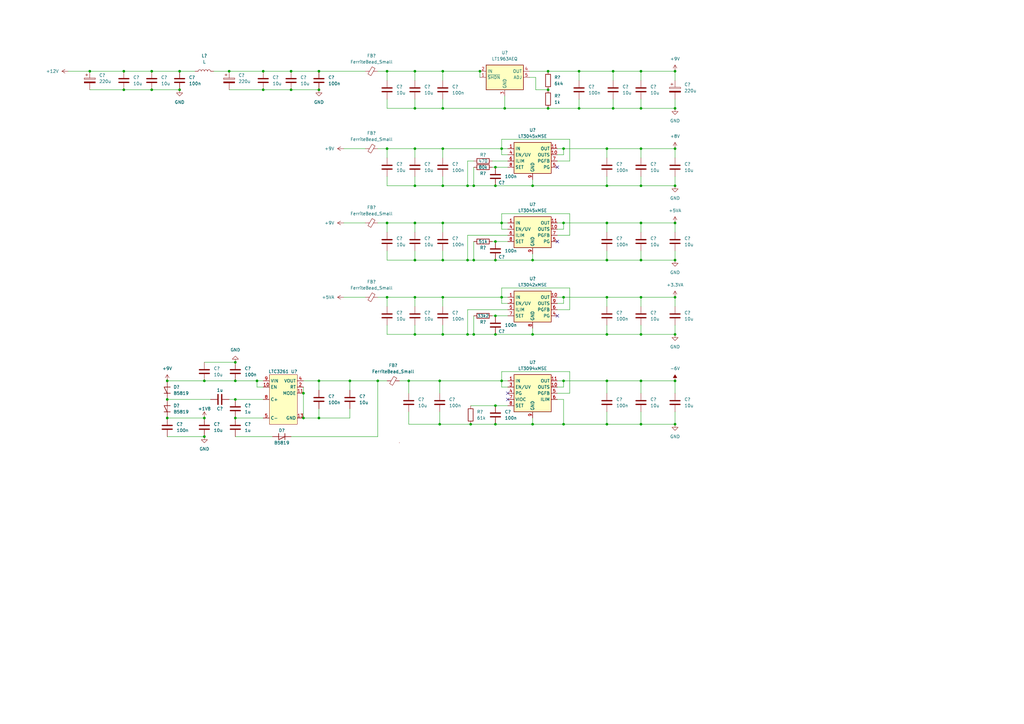
<source format=kicad_sch>
(kicad_sch (version 20211123) (generator eeschema)
  (paper "A3")
  (lib_symbols
    (symbol "Device:C" (pin_numbers hide) (pin_names (offset 0.254))
      (property "Reference" "C" (at 0.635 2.54 0))
      (property "Value" "C" (at 0.635 -2.54 0))
      (symbol "C_0_1"
        (polyline (pts (xy -2.032 -0.762) (xy 2.032 -0.762)) (stroke (width 0.508)))
        (polyline (pts (xy -2.032 0.762) (xy 2.032 0.762)) (stroke (width 0.508)))
      )
      (symbol "C_1_1"
        (pin passive line (at 0 3.81 270) (length 2.794) (name "~") (number "1"))
        (pin passive line (at 0 -3.81 90) (length 2.794) (name "~") (number "2"))
      )
    )
    (symbol "Device:C_Polarized" (pin_numbers hide) (pin_names (offset 0.254))
      (property "Reference" "C" (at 0.635 2.54 0))
      (property "Value" "C_Polarized" (at 0.635 -2.54 0))
      (symbol "C_Polarized_0_1"
        (rectangle (start -2.286 0.508) (end 2.286 1.016))
        (polyline (pts (xy -1.778 2.286) (xy -0.762 2.286)))
        (polyline (pts (xy -1.27 2.794) (xy -1.27 1.778)))
        (rectangle (start 2.286 -0.508) (end -2.286 -1.016) (fill (type outline)))
      )
      (symbol "C_Polarized_1_1"
        (pin passive line (at 0 3.81 270) (length 2.794) (name "~") (number "1"))
        (pin passive line (at 0 -3.81 90) (length 2.794) (name "~") (number "2"))
      )
    )
    (symbol "Device:D_Shockley" (pin_numbers hide) (pin_names (offset 1.016) hide)
      (property "Reference" "D" (at 0 2.54 0))
      (property "Value" "D_Shockley" (at 0 -2.54 0))
      (symbol "D_Shockley_0_1"
        (polyline (pts (xy -1.27 0) (xy 1.27 0)))
        (polyline (pts (xy -1.27 1.27) (xy -1.27 -1.27)) (stroke (width 0.254)))
        (polyline (pts (xy -1.27 0) (xy 1.27 1.27) (xy 1.27 -1.27)) (stroke (width 0.254)))
      )
      (symbol "D_Shockley_1_1"
        (pin passive line (at -3.81 0 0) (length 2.54) (name "K") (number "1"))
        (pin passive line (at 3.81 0 180) (length 2.54) (name "A") (number "2"))
      )
    )
    (symbol "Device:FerriteBead_Small" (pin_numbers hide) (pin_names (offset 0))
      (property "Reference" "FB" (at 1.905 1.27 0))
      (property "Value" "FerriteBead_Small" (at 1.905 -1.27 0))
      (symbol "FerriteBead_Small_0_1"
        (polyline (pts (xy 0 -1.27) (xy 0 -0.7874)))
        (polyline (pts (xy 0 0.889) (xy 0 1.2954)))
        (polyline (pts (xy -1.8288 0.2794) (xy -1.1176 1.4986) (xy 1.8288 -0.2032) (xy 1.1176 -1.4224) (xy -1.8288 0.2794)))
      )
      (symbol "FerriteBead_Small_1_1"
        (pin passive line (at 0 2.54 270) (length 1.27) (name "~") (number "1"))
        (pin passive line (at 0 -2.54 90) (length 1.27) (name "~") (number "2"))
      )
    )
    (symbol "Device:L" (pin_numbers hide) (pin_names (offset 1.016) hide)
      (property "Reference" "L" (at -1.27 0 90))
      (property "Value" "L" (at 1.905 0 90))
      (symbol "L_0_1"
        (arc (start 0 -2.54) (mid 0.635 -1.905) (end 0 -1.27))
        (arc (start 0 -1.27) (mid 0.635 -0.635) (end 0 0))
        (arc (start 0 0) (mid 0.635 0.635) (end 0 1.27))
        (arc (start 0 1.27) (mid 0.635 1.905) (end 0 2.54))
      )
      (symbol "L_1_1"
        (pin passive line (at 0 3.81 270) (length 1.27) (name "1") (number "1"))
        (pin passive line (at 0 -3.81 90) (length 1.27) (name "2") (number "2"))
      )
    )
    (symbol "Device:R" (pin_numbers hide) (pin_names (offset 0))
      (property "Reference" "R" (at 2.032 0 90))
      (property "Value" "R" (at 0 0 90))
      (symbol "R_0_1"
        (rectangle (start -1.016 -2.54) (end 1.016 2.54) (stroke (width 0.254)))
      )
      (symbol "R_1_1"
        (pin passive line (at 0 3.81 270) (length 1.27) (name "~") (number "1"))
        (pin passive line (at 0 -3.81 90) (length 1.27) (name "~") (number "2"))
      )
    )
    (symbol "Regulator_Linear:LT1963AEQ"
      (property "Reference" "U" (at -7.62 6.35 0))
      (property "Value" "LT1963AEQ" (at -1.27 6.35 0))
      (symbol "LT1963AEQ_0_1"
        (rectangle (start -7.62 5.08) (end 7.62 -5.08) (stroke (width 0.254)) (fill (type background)))
      )
      (symbol "LT1963AEQ_1_1"
        (pin input line (at -10.16 0 0) (length 2.54) (name "~{SHDN}") (number "1"))
        (pin power_in line (at -10.16 2.54 0) (length 2.54) (name "IN") (number "2"))
        (pin power_in line (at 0 -7.62 90) (length 2.54) (name "GND") (number "3"))
        (pin power_out line (at 10.16 2.54 180) (length 2.54) (name "OUT") (number "4"))
        (pin input line (at 10.16 0 180) (length 2.54) (name "ADJ") (number "5"))
      )
    )
    (symbol "Regulator_Linear:LT3042xMSE"
      (property "Reference" "U" (at -6.35 6.35 0))
      (property "Value" "LT3042xMSE" (at 1.27 6.35 0))
      (symbol "LT3042xMSE_0_1"
        (rectangle (start -7.62 5.08) (end 7.62 -7.62) (stroke (width 0.254)) (fill (type background)))
      )
      (symbol "LT3042xMSE_1_1"
        (pin power_in line (at -10.16 2.54 0) (length 2.54) (name "IN") (number "1"))
        (pin power_out line (at 10.16 2.54 180) (length 2.54) (name "OUT") (number "10"))
        (pin passive line (at 0 -10.16 90) (length 2.54) hide (name "GND") (number "11"))
        (pin passive line (at -10.16 2.54 0) (length 2.54) hide (name "IN") (number "2"))
        (pin input line (at -10.16 0 0) (length 2.54) (name "EN/UV") (number "3"))
        (pin open_collector line (at 10.16 -5.08 180) (length 2.54) (name "PG") (number "4"))
        (pin passive line (at -10.16 -2.54 0) (length 2.54) (name "ILIM") (number "5"))
        (pin input line (at 10.16 -2.54 180) (length 2.54) (name "PGFB") (number "6"))
        (pin passive line (at -10.16 -5.08 0) (length 2.54) (name "SET") (number "7"))
        (pin power_in line (at 0 -10.16 90) (length 2.54) (name "GND") (number "8"))
        (pin input line (at 10.16 0 180) (length 2.54) (name "OUTS") (number "9"))
      )
    )
    (symbol "Regulator_Linear:LT3045xMSE"
      (property "Reference" "U" (at -6.35 6.35 0))
      (property "Value" "LT3045xMSE" (at 1.27 6.35 0))
      (symbol "LT3045xMSE_0_1"
        (rectangle (start -7.62 5.08) (end 7.62 -7.62) (stroke (width 0.254)) (fill (type background)))
      )
      (symbol "LT3045xMSE_1_1"
        (pin power_in line (at -10.16 2.54 0) (length 2.54) (name "IN") (number "1"))
        (pin input line (at 10.16 0 180) (length 2.54) (name "OUTS") (number "10"))
        (pin power_out line (at 10.16 2.54 180) (length 2.54) (name "OUT") (number "11"))
        (pin passive line (at 10.16 2.54 180) (length 2.54) hide (name "OUT") (number "12"))
        (pin passive line (at 0 -10.16 90) (length 2.54) hide (name "GND") (number "13"))
        (pin passive line (at -10.16 2.54 0) (length 2.54) hide (name "IN") (number "2"))
        (pin passive line (at -10.16 2.54 0) (length 2.54) hide (name "IN") (number "3"))
        (pin input line (at -10.16 0 0) (length 2.54) (name "EN/UV") (number "4"))
        (pin open_collector line (at 10.16 -5.08 180) (length 2.54) (name "PG") (number "5"))
        (pin passive line (at -10.16 -2.54 0) (length 2.54) (name "ILIM") (number "6"))
        (pin input line (at 10.16 -2.54 180) (length 2.54) (name "PGFB") (number "7"))
        (pin passive line (at -10.16 -5.08 0) (length 2.54) (name "SET") (number "8"))
        (pin power_in line (at 0 -10.16 90) (length 2.54) (name "GND") (number "9"))
      )
    )
    (symbol "Regulator_Linear:LT3094xMSE"
      (property "Reference" "U" (at -6.35 8.89 0))
      (property "Value" "LT3094xMSE" (at 1.27 8.89 0))
      (symbol "LT3094xMSE_0_0"
        (pin passive line (at 10.16 5.08 180) (length 2.54) hide (name "OUT") (number "12"))
        (pin passive line (at -10.16 5.08 0) (length 2.54) hide (name "IN") (number "13"))
      )
      (symbol "LT3094xMSE_0_1"
        (rectangle (start 7.62 7.62) (end -7.62 -7.62) (stroke (width 0.254)) (fill (type background)))
      )
      (symbol "LT3094xMSE_1_1"
        (pin power_in line (at -10.16 5.08 0) (length 2.54) (name "IN") (number "1"))
        (pin input line (at 10.16 2.54 180) (length 2.54) (name "OUTS") (number "10"))
        (pin power_out line (at 10.16 5.08 180) (length 2.54) (name "OUT") (number "11"))
        (pin passive line (at -10.16 5.08 0) (length 2.54) hide (name "IN") (number "2"))
        (pin input line (at -10.16 2.54 0) (length 2.54) (name "EN/UV") (number "3"))
        (pin open_collector line (at -10.16 0 0) (length 2.54) (name "PG") (number "4"))
        (pin input line (at 10.16 0 180) (length 2.54) (name "PGFB") (number "5"))
        (pin passive line (at 10.16 -2.54 180) (length 2.54) (name "ILIM") (number "6"))
        (pin passive line (at -10.16 -2.54 0) (length 2.54) (name "VIOC") (number "7"))
        (pin passive line (at -10.16 -5.08 0) (length 2.54) (name "SET") (number "8"))
        (pin power_in line (at 0 -10.16 90) (length 2.54) (name "GND") (number "9"))
      )
    )
    (symbol "kirdy:+18V" (power) (pin_names (offset 0))
      (property "Value" "+18V" (at 0 3.556 0))
      (symbol "+18V_0_1"
        (polyline (pts (xy -0.762 1.27) (xy 0 2.54)))
        (polyline (pts (xy 0 0) (xy 0 2.54)))
        (polyline (pts (xy 0 2.54) (xy 0.762 1.27)))
      )
      (symbol "+18V_1_1"
        (pin power_in line (at 0 0 90) (length 0) hide (name "+1V8") (number "1"))
      )
    )
    (symbol "kirdy:LTC3261"
      (property "Reference" "U" (at 0 -16.51 0))
      (property "Value" "LTC3261" (at 0 -13.97 0))
      (symbol "LTC3261_0_0"
        (pin no_connect line (at 0 0 0) (length 2.54) hide (name "NC") (number "1"))
        (pin input line (at -7.62 3.81 0) (length 2.54) (name "EN") (number "10"))
        (pin input line (at 8.89 1.27 180) (length 2.54) (name "MODE") (number "11"))
        (pin no_connect line (at 0 -5.08 0) (length 2.54) hide (name "NC") (number "12"))
        (pin power_in line (at 8.89 -8.89 180) (length 2.54) (name "GND") (number "13"))
        (pin input line (at 8.89 3.81 180) (length 2.54) (name "RT") (number "2"))
        (pin no_connect line (at 0 -1.27 0) (length 2.54) hide (name "NC") (number "3"))
        (pin power_out line (at 8.89 6.35 180) (length 2.54) (name "VOUT") (number "4"))
        (pin passive line (at -7.62 -8.89 0) (length 2.54) (name "C-") (number "5"))
        (pin no_connect line (at 0 -2.54 0) (length 2.54) hide (name "NC") (number "6"))
        (pin no_connect line (at 0 -3.81 0) (length 2.54) hide (name "NC") (number "7"))
        (pin passive line (at -7.62 -1.27 0) (length 2.54) (name "C+") (number "8"))
        (pin power_in line (at -7.62 6.35 0) (length 2.54) (name "VIN") (number "9"))
      )
      (symbol "LTC3261_0_1"
        (rectangle (start -5.08 8.89) (end 6.35 -11.43) (fill (type background)))
        (rectangle (start 48.26 -19.05) (end 48.26 -19.05))
        (rectangle (start 48.26 -19.05) (end 48.26 -19.05))
        (rectangle (start 48.26 -19.05) (end 48.26 -19.05))
      )
    )
    (symbol "power:+12V" (power) (pin_names (offset 0))
      (property "Value" "+12V" (at 0 3.556 0))
      (symbol "+12V_0_1"
        (polyline (pts (xy -0.762 1.27) (xy 0 2.54)))
        (polyline (pts (xy 0 0) (xy 0 2.54)))
        (polyline (pts (xy 0 2.54) (xy 0.762 1.27)))
      )
      (symbol "+12V_1_1"
        (pin power_in line (at 0 0 90) (length 0) hide (name "+12V") (number "1"))
      )
    )
    (symbol "power:+3.3VA" (power) (pin_names (offset 0))
      (property "Value" "+3.3VA" (at 0 3.556 0))
      (symbol "+3.3VA_0_1"
        (polyline (pts (xy -0.762 1.27) (xy 0 2.54)))
        (polyline (pts (xy 0 0) (xy 0 2.54)))
        (polyline (pts (xy 0 2.54) (xy 0.762 1.27)))
      )
      (symbol "+3.3VA_1_1"
        (pin power_in line (at 0 0 90) (length 0) hide (name "+3.3VA") (number "1"))
      )
    )
    (symbol "power:+5VA" (power) (pin_names (offset 0))
      (property "Value" "+5VA" (at 0 3.556 0))
      (symbol "+5VA_0_1"
        (polyline (pts (xy -0.762 1.27) (xy 0 2.54)))
        (polyline (pts (xy 0 0) (xy 0 2.54)))
        (polyline (pts (xy 0 2.54) (xy 0.762 1.27)))
      )
      (symbol "+5VA_1_1"
        (pin power_in line (at 0 0 90) (length 0) hide (name "+5VA") (number "1"))
      )
    )
    (symbol "power:+8V" (power) (pin_names (offset 0))
      (property "Value" "+8V" (at 0 3.556 0))
      (symbol "+8V_0_1"
        (polyline (pts (xy -0.762 1.27) (xy 0 2.54)))
        (polyline (pts (xy 0 0) (xy 0 2.54)))
        (polyline (pts (xy 0 2.54) (xy 0.762 1.27)))
      )
      (symbol "+8V_1_1"
        (pin power_in line (at 0 0 90) (length 0) hide (name "+8V") (number "1"))
      )
    )
    (symbol "power:+9V" (power) (pin_names (offset 0))
      (property "Value" "+9V" (at 0 3.556 0))
      (symbol "+9V_0_1"
        (polyline (pts (xy -0.762 1.27) (xy 0 2.54)))
        (polyline (pts (xy 0 0) (xy 0 2.54)))
        (polyline (pts (xy 0 2.54) (xy 0.762 1.27)))
      )
      (symbol "+9V_1_1"
        (pin power_in line (at 0 0 90) (length 0) hide (name "+9V") (number "1"))
      )
    )
    (symbol "power:-6V" (power) (pin_names (offset 0))
      (property "Value" "-6V" (at 0 3.81 0))
      (symbol "-6V_0_0"
        (pin power_in line (at 0 0 90) (length 0) hide (name "-6V") (number "1"))
      )
      (symbol "-6V_0_1"
        (polyline (pts (xy 0 0) (xy 0 1.27) (xy 0.762 1.27) (xy 0 2.54) (xy -0.762 1.27) (xy 0 1.27)) (fill (type outline)))
      )
    )
    (symbol "power:GND" (power) (pin_names (offset 0))
      (property "Value" "GND" (at 0 -3.81 0))
      (symbol "GND_0_1"
        (polyline (pts (xy 0 0) (xy 0 -1.27) (xy 1.27 -1.27) (xy 0 -2.54) (xy -1.27 -1.27) (xy 0 -1.27)))
      )
      (symbol "GND_1_1"
        (pin power_in line (at 0 0 270) (length 0) hide (name "GND") (number "1"))
      )
    )
  )
  (junction (at 207.01 44.45))
  (junction (at 218.44 137.16))
  (junction (at 205.74 156.21))
  (junction (at 73.66 29.21))
  (junction (at 231.14 121.92))
  (junction (at 180.34 173.99))
  (junction (at 96.52 171.45))
  (junction (at 248.92 137.16))
  (junction (at 180.34 156.21))
  (junction (at 203.2 129.54))
  (junction (at 130.81 171.45))
  (junction (at 205.74 91.44))
  (junction (at 191.77 137.16))
  (junction (at 181.61 91.44))
  (junction (at 203.2 137.16))
  (junction (at 73.66 36.83))
  (junction (at 237.49 29.21))
  (junction (at 194.31 106.68))
  (junction (at 83.82 171.45))
  (junction (at 276.86 60.96))
  (junction (at 205.74 60.96))
  (junction (at 93.98 29.21))
  (junction (at 62.23 36.83))
  (junction (at 170.18 44.45))
  (junction (at 262.89 156.21))
  (junction (at 107.95 36.83))
  (junction (at 170.18 106.68))
  (junction (at 36.83 29.21))
  (junction (at 276.86 91.44))
  (junction (at 262.89 91.44))
  (junction (at 170.18 60.96))
  (junction (at 194.31 76.2))
  (junction (at 262.89 29.21))
  (junction (at 203.2 76.2))
  (junction (at 248.92 173.99))
  (junction (at 143.51 156.21))
  (junction (at 218.44 106.68))
  (junction (at 96.52 163.83))
  (junction (at 276.86 156.21))
  (junction (at 276.86 121.92))
  (junction (at 181.61 60.96))
  (junction (at 276.86 76.2))
  (junction (at 68.58 156.21))
  (junction (at 276.86 29.21))
  (junction (at 181.61 137.16))
  (junction (at 158.75 121.92))
  (junction (at 231.14 173.99))
  (junction (at 248.92 121.92))
  (junction (at 224.79 29.21))
  (junction (at 218.44 76.2))
  (junction (at 196.85 29.21))
  (junction (at 193.04 173.99))
  (junction (at 276.86 137.16))
  (junction (at 251.46 29.21))
  (junction (at 130.81 156.21))
  (junction (at 262.89 121.92))
  (junction (at 170.18 121.92))
  (junction (at 276.86 173.99))
  (junction (at 154.94 156.21))
  (junction (at 181.61 44.45))
  (junction (at 130.81 36.83))
  (junction (at 262.89 44.45))
  (junction (at 83.82 179.07))
  (junction (at 231.14 156.21))
  (junction (at 107.95 29.21))
  (junction (at 248.92 106.68))
  (junction (at 248.92 91.44))
  (junction (at 205.74 121.92))
  (junction (at 237.49 44.45))
  (junction (at 262.89 137.16))
  (junction (at 262.89 76.2))
  (junction (at 96.52 156.21))
  (junction (at 158.75 91.44))
  (junction (at 181.61 76.2))
  (junction (at 224.79 36.83))
  (junction (at 130.81 29.21))
  (junction (at 191.77 76.2))
  (junction (at 167.64 156.21))
  (junction (at 203.2 106.68))
  (junction (at 68.58 163.83))
  (junction (at 203.2 166.37))
  (junction (at 119.38 36.83))
  (junction (at 170.18 137.16))
  (junction (at 158.75 60.96))
  (junction (at 181.61 106.68))
  (junction (at 83.82 156.21))
  (junction (at 248.92 156.21))
  (junction (at 105.41 156.21))
  (junction (at 203.2 68.58))
  (junction (at 231.14 60.96))
  (junction (at 262.89 173.99))
  (junction (at 203.2 99.06))
  (junction (at 68.58 171.45))
  (junction (at 170.18 76.2))
  (junction (at 276.86 44.45))
  (junction (at 251.46 44.45))
  (junction (at 50.8 36.83))
  (junction (at 276.86 106.68))
  (junction (at 218.44 173.99))
  (junction (at 203.2 173.99))
  (junction (at 262.89 60.96))
  (junction (at 170.18 91.44))
  (junction (at 158.75 29.21))
  (junction (at 194.31 137.16))
  (junction (at 96.52 148.59))
  (junction (at 248.92 76.2))
  (junction (at 170.18 29.21))
  (junction (at 181.61 121.92))
  (junction (at 124.46 161.29))
  (junction (at 62.23 29.21))
  (junction (at 262.89 106.68))
  (junction (at 119.38 29.21))
  (junction (at 50.8 29.21))
  (junction (at 181.61 29.21))
  (junction (at 248.92 60.96))
  (junction (at 124.46 171.45))
  (junction (at 224.79 44.45))
  (junction (at 231.14 91.44))
  (junction (at 191.77 106.68))
  (no_connect (at 228.6 68.58))
  (no_connect (at 228.6 129.54))
  (no_connect (at 208.28 163.83))
  (no_connect (at 208.28 161.29))
  (no_connect (at 228.6 99.06))
  (wire (pts (xy 83.82 156.21) (xy 96.52 156.21)))
  (wire (pts (xy 201.93 129.54) (xy 203.2 129.54)))
  (wire (pts (xy 262.89 168.91) (xy 262.89 173.99)))
  (wire (pts (xy 262.89 106.68) (xy 262.89 102.87)))
  (wire (pts (xy 228.6 93.98) (xy 231.14 93.98)))
  (wire (pts (xy 143.51 156.21) (xy 143.51 160.02)))
  (wire (pts (xy 248.92 60.96) (xy 248.92 64.77)))
  (wire (pts (xy 130.81 167.64) (xy 130.81 171.45)))
  (wire (pts (xy 203.2 129.54) (xy 208.28 129.54)))
  (wire (pts (xy 119.38 29.21) (xy 130.81 29.21)))
  (wire (pts (xy 130.81 171.45) (xy 124.46 171.45)))
  (wire (pts (xy 262.89 60.96) (xy 262.89 64.77)))
  (wire (pts (xy 154.94 60.96) (xy 158.75 60.96)))
  (wire (pts (xy 181.61 125.73) (xy 181.61 121.92)))
  (wire (pts (xy 191.77 66.04) (xy 194.31 66.04)))
  (wire (pts (xy 231.14 173.99) (xy 218.44 173.99)))
  (wire (pts (xy 170.18 76.2) (xy 181.61 76.2)))
  (wire (pts (xy 181.61 76.2) (xy 191.77 76.2)))
  (wire (pts (xy 180.34 173.99) (xy 193.04 173.99)))
  (wire (pts (xy 262.89 106.68) (xy 276.86 106.68)))
  (wire (pts (xy 201.93 68.58) (xy 203.2 68.58)))
  (wire (pts (xy 170.18 76.2) (xy 170.18 72.39)))
  (wire (pts (xy 158.75 44.45) (xy 170.18 44.45)))
  (wire (pts (xy 248.92 173.99) (xy 248.92 168.91)))
  (wire (pts (xy 194.31 137.16) (xy 203.2 137.16)))
  (wire (pts (xy 124.46 156.21) (xy 130.81 156.21)))
  (wire (pts (xy 170.18 95.25) (xy 170.18 91.44)))
  (wire (pts (xy 167.64 168.91) (xy 167.64 173.99)))
  (wire (pts (xy 93.98 163.83) (xy 96.52 163.83)))
  (wire (pts (xy 203.2 137.16) (xy 218.44 137.16)))
  (wire (pts (xy 170.18 137.16) (xy 181.61 137.16)))
  (wire (pts (xy 208.28 158.75) (xy 205.74 158.75)))
  (wire (pts (xy 248.92 173.99) (xy 262.89 173.99)))
  (wire (pts (xy 203.2 68.58) (xy 208.28 68.58)))
  (wire (pts (xy 180.34 156.21) (xy 205.74 156.21)))
  (wire (pts (xy 181.61 121.92) (xy 205.74 121.92)))
  (wire (pts (xy 194.31 68.58) (xy 194.31 76.2)))
  (wire (pts (xy 194.31 99.06) (xy 194.31 106.68)))
  (wire (pts (xy 248.92 106.68) (xy 248.92 102.87)))
  (wire (pts (xy 233.68 87.63) (xy 205.74 87.63)))
  (wire (pts (xy 194.31 106.68) (xy 203.2 106.68)))
  (wire (pts (xy 167.64 173.99) (xy 180.34 173.99)))
  (wire (pts (xy 96.52 179.07) (xy 111.76 179.07)))
  (wire (pts (xy 193.04 173.99) (xy 203.2 173.99)))
  (wire (pts (xy 248.92 137.16) (xy 248.92 133.35)))
  (wire (pts (xy 205.74 93.98) (xy 205.74 91.44)))
  (wire (pts (xy 50.8 36.83) (xy 62.23 36.83)))
  (wire (pts (xy 251.46 44.45) (xy 237.49 44.45)))
  (wire (pts (xy 208.28 63.5) (xy 205.74 63.5)))
  (wire (pts (xy 248.92 60.96) (xy 262.89 60.96)))
  (wire (pts (xy 248.92 76.2) (xy 248.92 72.39)))
  (wire (pts (xy 248.92 156.21) (xy 262.89 156.21)))
  (wire (pts (xy 181.61 29.21) (xy 196.85 29.21)))
  (wire (pts (xy 191.77 127) (xy 208.28 127)))
  (wire (pts (xy 170.18 137.16) (xy 170.18 133.35)))
  (wire (pts (xy 228.6 66.04) (xy 233.68 66.04)))
  (wire (pts (xy 205.74 60.96) (xy 208.28 60.96)))
  (wire (pts (xy 140.97 121.92) (xy 149.86 121.92)))
  (wire (pts (xy 205.74 156.21) (xy 208.28 156.21)))
  (wire (pts (xy 181.61 106.68) (xy 191.77 106.68)))
  (wire (pts (xy 231.14 173.99) (xy 248.92 173.99)))
  (wire (pts (xy 205.74 91.44) (xy 208.28 91.44)))
  (wire (pts (xy 233.68 127) (xy 233.68 118.11)))
  (wire (pts (xy 170.18 125.73) (xy 170.18 121.92)))
  (wire (pts (xy 107.95 36.83) (xy 119.38 36.83)))
  (wire (pts (xy 233.68 118.11) (xy 205.74 118.11)))
  (wire (pts (xy 203.2 76.2) (xy 218.44 76.2)))
  (wire (pts (xy 107.95 29.21) (xy 119.38 29.21)))
  (wire (pts (xy 158.75 125.73) (xy 158.75 121.92)))
  (wire (pts (xy 276.86 137.16) (xy 276.86 133.35)))
  (wire (pts (xy 233.68 57.15) (xy 205.74 57.15)))
  (wire (pts (xy 276.86 121.92) (xy 276.86 125.73)))
  (wire (pts (xy 158.75 60.96) (xy 170.18 60.96)))
  (wire (pts (xy 228.6 96.52) (xy 233.68 96.52)))
  (wire (pts (xy 237.49 33.02) (xy 237.49 29.21)))
  (wire (pts (xy 191.77 66.04) (xy 191.77 76.2)))
  (wire (pts (xy 231.14 156.21) (xy 248.92 156.21)))
  (wire (pts (xy 68.58 171.45) (xy 83.82 171.45)))
  (wire (pts (xy 170.18 121.92) (xy 181.61 121.92)))
  (wire (pts (xy 170.18 29.21) (xy 181.61 29.21)))
  (wire (pts (xy 154.94 29.21) (xy 158.75 29.21)))
  (wire (pts (xy 119.38 36.83) (xy 130.81 36.83)))
  (wire (pts (xy 231.14 91.44) (xy 248.92 91.44)))
  (wire (pts (xy 105.41 156.21) (xy 107.95 156.21)))
  (wire (pts (xy 228.6 127) (xy 233.68 127)))
  (wire (pts (xy 205.74 87.63) (xy 205.74 91.44)))
  (wire (pts (xy 207.01 44.45) (xy 207.01 39.37)))
  (wire (pts (xy 262.89 91.44) (xy 276.86 91.44)))
  (wire (pts (xy 237.49 29.21) (xy 251.46 29.21)))
  (wire (pts (xy 262.89 76.2) (xy 262.89 72.39)))
  (wire (pts (xy 233.68 66.04) (xy 233.68 57.15)))
  (wire (pts (xy 218.44 104.14) (xy 218.44 106.68)))
  (wire (pts (xy 228.6 91.44) (xy 231.14 91.44)))
  (wire (pts (xy 158.75 44.45) (xy 158.75 40.64)))
  (wire (pts (xy 191.77 106.68) (xy 194.31 106.68)))
  (wire (pts (xy 158.75 76.2) (xy 170.18 76.2)))
  (wire (pts (xy 218.44 134.62) (xy 218.44 137.16)))
  (wire (pts (xy 107.95 158.75) (xy 105.41 158.75)))
  (wire (pts (xy 68.58 179.07) (xy 83.82 179.07)))
  (wire (pts (xy 181.61 44.45) (xy 207.01 44.45)))
  (wire (pts (xy 181.61 106.68) (xy 181.61 102.87)))
  (wire (pts (xy 181.61 76.2) (xy 181.61 72.39)))
  (wire (pts (xy 180.34 168.91) (xy 180.34 173.99)))
  (wire (pts (xy 163.83 156.21) (xy 167.64 156.21)))
  (wire (pts (xy 181.61 33.02) (xy 181.61 29.21)))
  (wire (pts (xy 130.81 156.21) (xy 143.51 156.21)))
  (wire (pts (xy 262.89 29.21) (xy 276.86 29.21)))
  (wire (pts (xy 194.31 129.54) (xy 194.31 137.16)))
  (wire (pts (xy 248.92 121.92) (xy 248.92 125.73)))
  (wire (pts (xy 248.92 156.21) (xy 248.92 161.29)))
  (wire (pts (xy 180.34 156.21) (xy 180.34 161.29)))
  (wire (pts (xy 130.81 156.21) (xy 130.81 160.02)))
  (wire (pts (xy 251.46 33.02) (xy 251.46 29.21)))
  (wire (pts (xy 191.77 96.52) (xy 208.28 96.52)))
  (wire (pts (xy 170.18 106.68) (xy 170.18 102.87)))
  (wire (pts (xy 228.6 121.92) (xy 231.14 121.92)))
  (wire (pts (xy 181.61 91.44) (xy 205.74 91.44)))
  (wire (pts (xy 248.92 76.2) (xy 262.89 76.2)))
  (wire (pts (xy 228.6 124.46) (xy 231.14 124.46)))
  (wire (pts (xy 231.14 163.83) (xy 231.14 173.99)))
  (wire (pts (xy 218.44 76.2) (xy 248.92 76.2)))
  (wire (pts (xy 248.92 106.68) (xy 262.89 106.68)))
  (wire (pts (xy 96.52 171.45) (xy 107.95 171.45)))
  (wire (pts (xy 196.85 29.21) (xy 196.85 31.75)))
  (wire (pts (xy 231.14 121.92) (xy 248.92 121.92)))
  (wire (pts (xy 218.44 173.99) (xy 218.44 171.45)))
  (wire (pts (xy 154.94 179.07) (xy 154.94 156.21)))
  (wire (pts (xy 158.75 33.02) (xy 158.75 29.21)))
  (wire (pts (xy 73.66 29.21) (xy 80.01 29.21)))
  (wire (pts (xy 262.89 156.21) (xy 276.86 156.21)))
  (wire (pts (xy 143.51 171.45) (xy 130.81 171.45)))
  (wire (pts (xy 87.63 29.21) (xy 93.98 29.21)))
  (wire (pts (xy 276.86 29.21) (xy 276.86 33.02)))
  (wire (pts (xy 170.18 33.02) (xy 170.18 29.21)))
  (wire (pts (xy 158.75 106.68) (xy 170.18 106.68)))
  (wire (pts (xy 170.18 106.68) (xy 181.61 106.68)))
  (wire (pts (xy 154.94 156.21) (xy 158.75 156.21)))
  (wire (pts (xy 170.18 64.77) (xy 170.18 60.96)))
  (wire (pts (xy 105.41 158.75) (xy 105.41 156.21)))
  (wire (pts (xy 170.18 44.45) (xy 170.18 40.64)))
  (wire (pts (xy 205.74 121.92) (xy 208.28 121.92)))
  (wire (pts (xy 262.89 156.21) (xy 262.89 161.29)))
  (wire (pts (xy 193.04 166.37) (xy 203.2 166.37)))
  (wire (pts (xy 167.64 156.21) (xy 167.64 161.29)))
  (wire (pts (xy 205.74 63.5) (xy 205.74 60.96)))
  (wire (pts (xy 27.94 29.21) (xy 36.83 29.21)))
  (wire (pts (xy 194.31 76.2) (xy 203.2 76.2)))
  (wire (pts (xy 231.14 60.96) (xy 248.92 60.96)))
  (wire (pts (xy 231.14 93.98) (xy 231.14 91.44)))
  (wire (pts (xy 124.46 161.29) (xy 124.46 171.45)))
  (wire (pts (xy 228.6 63.5) (xy 231.14 63.5)))
  (wire (pts (xy 36.83 29.21) (xy 50.8 29.21)))
  (wire (pts (xy 181.61 44.45) (xy 181.61 40.64)))
  (wire (pts (xy 237.49 40.64) (xy 237.49 44.45)))
  (wire (pts (xy 158.75 106.68) (xy 158.75 102.87)))
  (wire (pts (xy 262.89 76.2) (xy 276.86 76.2)))
  (wire (pts (xy 170.18 60.96) (xy 181.61 60.96)))
  (wire (pts (xy 68.58 163.83) (xy 86.36 163.83)))
  (wire (pts (xy 96.52 156.21) (xy 105.41 156.21)))
  (wire (pts (xy 93.98 29.21) (xy 107.95 29.21)))
  (wire (pts (xy 181.61 137.16) (xy 181.61 133.35)))
  (wire (pts (xy 231.14 63.5) (xy 231.14 60.96)))
  (wire (pts (xy 140.97 60.96) (xy 149.86 60.96)))
  (wire (pts (xy 276.86 44.45) (xy 262.89 44.45)))
  (wire (pts (xy 228.6 60.96) (xy 231.14 60.96)))
  (wire (pts (xy 191.77 76.2) (xy 194.31 76.2)))
  (wire (pts (xy 233.68 152.4) (xy 205.74 152.4)))
  (wire (pts (xy 224.79 29.21) (xy 237.49 29.21)))
  (wire (pts (xy 140.97 91.44) (xy 149.86 91.44)))
  (wire (pts (xy 191.77 96.52) (xy 191.77 106.68)))
  (wire (pts (xy 36.83 36.83) (xy 50.8 36.83)))
  (wire (pts (xy 191.77 127) (xy 191.77 137.16)))
  (wire (pts (xy 276.86 91.44) (xy 276.86 95.25)))
  (wire (pts (xy 276.86 106.68) (xy 276.86 102.87)))
  (wire (pts (xy 228.6 158.75) (xy 231.14 158.75)))
  (wire (pts (xy 233.68 161.29) (xy 233.68 152.4)))
  (wire (pts (xy 158.75 121.92) (xy 170.18 121.92)))
  (wire (pts (xy 201.93 99.06) (xy 203.2 99.06)))
  (wire (pts (xy 191.77 137.16) (xy 194.31 137.16)))
  (wire (pts (xy 217.17 31.75) (xy 219.71 31.75)))
  (wire (pts (xy 203.2 106.68) (xy 218.44 106.68)))
  (wire (pts (xy 205.74 124.46) (xy 205.74 121.92)))
  (wire (pts (xy 205.74 152.4) (xy 205.74 156.21)))
  (wire (pts (xy 130.81 29.21) (xy 149.86 29.21)))
  (wire (pts (xy 208.28 93.98) (xy 205.74 93.98)))
  (wire (pts (xy 83.82 148.59) (xy 96.52 148.59)))
  (wire (pts (xy 276.86 76.2) (xy 276.86 72.39)))
  (wire (pts (xy 262.89 121.92) (xy 262.89 125.73)))
  (wire (pts (xy 217.17 29.21) (xy 224.79 29.21)))
  (wire (pts (xy 181.61 95.25) (xy 181.61 91.44)))
  (wire (pts (xy 276.86 40.64) (xy 276.86 44.45)))
  (wire (pts (xy 62.23 36.83) (xy 73.66 36.83)))
  (wire (pts (xy 205.74 158.75) (xy 205.74 156.21)))
  (wire (pts (xy 248.92 91.44) (xy 262.89 91.44)))
  (wire (pts (xy 218.44 73.66) (xy 218.44 76.2)))
  (wire (pts (xy 262.89 173.99) (xy 276.86 173.99)))
  (wire (pts (xy 248.92 137.16) (xy 262.89 137.16)))
  (wire (pts (xy 231.14 124.46) (xy 231.14 121.92)))
  (wire (pts (xy 158.75 64.77) (xy 158.75 60.96)))
  (wire (pts (xy 50.8 29.21) (xy 62.23 29.21)))
  (wire (pts (xy 154.94 121.92) (xy 158.75 121.92)))
  (wire (pts (xy 119.38 179.07) (xy 154.94 179.07)))
  (wire (pts (xy 248.92 91.44) (xy 248.92 95.25)))
  (wire (pts (xy 203.2 166.37) (xy 208.28 166.37)))
  (wire (pts (xy 205.74 118.11) (xy 205.74 121.92)))
  (wire (pts (xy 262.89 60.96) (xy 276.86 60.96)))
  (wire (pts (xy 158.75 76.2) (xy 158.75 72.39)))
  (wire (pts (xy 62.23 29.21) (xy 73.66 29.21)))
  (wire (pts (xy 170.18 44.45) (xy 181.61 44.45)))
  (wire (pts (xy 158.75 137.16) (xy 170.18 137.16)))
  (wire (pts (xy 203.2 99.06) (xy 208.28 99.06)))
  (wire (pts (xy 248.92 121.92) (xy 262.89 121.92)))
  (wire (pts (xy 181.61 64.77) (xy 181.61 60.96)))
  (wire (pts (xy 154.94 156.21) (xy 143.51 156.21)))
  (wire (pts (xy 251.46 29.21) (xy 262.89 29.21)))
  (wire (pts (xy 167.64 156.21) (xy 180.34 156.21)))
  (wire (pts (xy 276.86 156.21) (xy 276.86 161.29)))
  (wire (pts (xy 93.98 36.83) (xy 107.95 36.83)))
  (wire (pts (xy 96.52 163.83) (xy 107.95 163.83)))
  (wire (pts (xy 218.44 106.68) (xy 248.92 106.68)))
  (wire (pts (xy 233.68 96.52) (xy 233.68 87.63)))
  (wire (pts (xy 68.58 156.21) (xy 83.82 156.21)))
  (wire (pts (xy 237.49 44.45) (xy 224.79 44.45)))
  (wire (pts (xy 170.18 91.44) (xy 181.61 91.44)))
  (wire (pts (xy 181.61 60.96) (xy 205.74 60.96)))
  (wire (pts (xy 262.89 33.02) (xy 262.89 29.21)))
  (wire (pts (xy 262.89 121.92) (xy 276.86 121.92)))
  (wire (pts (xy 228.6 161.29) (xy 233.68 161.29)))
  (wire (pts (xy 231.14 158.75) (xy 231.14 156.21)))
  (wire (pts (xy 219.71 31.75) (xy 219.71 36.83)))
  (wire (pts (xy 154.94 91.44) (xy 158.75 91.44)))
  (wire (pts (xy 203.2 173.99) (xy 218.44 173.99)))
  (wire (pts (xy 231.14 163.83) (xy 228.6 163.83)))
  (wire (pts (xy 181.61 137.16) (xy 191.77 137.16)))
  (wire (pts (xy 262.89 137.16) (xy 262.89 133.35)))
  (wire (pts (xy 262.89 40.64) (xy 262.89 44.45)))
  (wire (pts (xy 262.89 91.44) (xy 262.89 95.25)))
  (wire (pts (xy 207.01 44.45) (xy 224.79 44.45)))
  (wire (pts (xy 208.28 124.46) (xy 205.74 124.46)))
  (wire (pts (xy 219.71 36.83) (xy 224.79 36.83)))
  (wire (pts (xy 228.6 156.21) (xy 231.14 156.21)))
  (wire (pts (xy 158.75 29.21) (xy 170.18 29.21)))
  (wire (pts (xy 218.44 137.16) (xy 248.92 137.16)))
  (wire (pts (xy 158.75 91.44) (xy 170.18 91.44)))
  (wire (pts (xy 276.86 60.96) (xy 276.86 64.77)))
  (wire (pts (xy 143.51 167.64) (xy 143.51 171.45)))
  (wire (pts (xy 251.46 40.64) (xy 251.46 44.45)))
  (wire (pts (xy 124.46 158.75) (xy 124.46 161.29)))
  (wire (pts (xy 262.89 44.45) (xy 251.46 44.45)))
  (wire (pts (xy 262.89 137.16) (xy 276.86 137.16)))
  (wire (pts (xy 205.74 57.15) (xy 205.74 60.96)))
  (wire (pts (xy 276.86 168.91) (xy 276.86 173.99)))
  (wire (pts (xy 158.75 137.16) (xy 158.75 133.35)))
  (wire (pts (xy 201.93 66.04) (xy 208.28 66.04)))
  (wire (pts (xy 158.75 95.25) (xy 158.75 91.44)))
  (symbol (lib_id "Device:R") (at 193.04 170.18 0) (unit 1)
    (property "Reference" "R?" (at 195.58 168.9099 0) (effects (justify left)))
    (property "Value" "61k" (at 195.58 171.4499 0) (effects (justify left)))
  )
  (symbol (lib_id "power:+5VA") (at 276.86 91.44 0) (unit 1)
    (property "Reference" "#PWR?" (effects hide))
    (property "Value" "+5VA" (at 276.86 86.36 0))
  )
  (symbol (lib_id "Device:C") (at 96.52 167.64 0) (unit 1)
    (property "Reference" "C?" (at 100.33 166.3699 0) (effects (justify left)))
    (property "Value" "1u" (at 100.33 168.9099 0) (effects (justify left)))
  )
  (symbol (lib_id "Device:C") (at 143.51 163.83 0) (unit 1)
    (property "Reference" "C?" (at 147.32 162.5599 0) (effects (justify left)))
    (property "Value" "10u" (at 147.32 165.0999 0) (effects (justify left)))
  )
  (symbol (lib_id "Device:C") (at 276.86 165.1 0) (unit 1)
    (property "Reference" "C?" (at 280.67 163.8299 0) (effects (justify left)))
    (property "Value" "10u" (at 280.67 166.3699 0) (effects (justify left)))
  )
  (symbol (lib_id "Device:C") (at 107.95 33.02 0) (unit 1)
    (property "Reference" "C?" (at 111.76 31.7499 0) (effects (justify left)))
    (property "Value" "10u" (at 111.76 34.2899 0) (effects (justify left)))
  )
  (symbol (lib_id "Device:C") (at 203.2 133.35 0) (unit 1)
    (property "Reference" "C?" (at 204.47 135.89 0) (effects (justify left)))
    (property "Value" "100n" (at 207.01 133.35 0) (effects (justify left)))
  )
  (symbol (lib_id "Device:C") (at 181.61 68.58 0) (unit 1)
    (property "Reference" "C?" (at 185.42 67.3099 0) (effects (justify left)))
    (property "Value" "100n" (at 185.42 69.8499 0) (effects (justify left)))
  )
  (symbol (lib_id "Device:C") (at 170.18 129.54 0) (unit 1)
    (property "Reference" "C?" (at 173.99 128.2699 0) (effects (justify left)))
    (property "Value" "10u" (at 173.99 130.8099 0) (effects (justify left)))
  )
  (symbol (lib_id "Device:C") (at 237.49 36.83 0) (unit 1)
    (property "Reference" "C?" (at 241.3 35.5599 0) (effects (justify left)))
    (property "Value" "100n" (at 241.3 38.0999 0) (effects (justify left)))
  )
  (symbol (lib_id "power:GND") (at 276.86 76.2 0) (unit 1)
    (property "Reference" "#PWR?" (effects hide))
    (property "Value" "GND" (at 276.86 81.28 0))
  )
  (symbol (lib_id "Device:C") (at 262.89 165.1 0) (unit 1)
    (property "Reference" "C?" (at 266.7 163.8299 0) (effects (justify left)))
    (property "Value" "10u" (at 266.7 166.3699 0) (effects (justify left)))
  )
  (symbol (lib_id "Device:R") (at 198.12 99.06 90) (unit 1)
    (property "Reference" "R?" (at 198.12 101.6 90))
    (property "Value" "51k" (at 198.12 99.06 90))
  )
  (symbol (lib_id "Device:C") (at 170.18 36.83 0) (unit 1)
    (property "Reference" "C?" (at 173.99 35.5599 0) (effects (justify left)))
    (property "Value" "10u" (at 173.99 38.0999 0) (effects (justify left)))
  )
  (symbol (lib_id "Device:L") (at 83.82 29.21 90) (unit 1)
    (property "Reference" "L?" (at 83.82 22.86 90))
    (property "Value" "L" (at 83.82 25.4 90))
  )
  (symbol (lib_id "Regulator_Linear:LT1963AEQ") (at 207.01 31.75 0) (unit 1)
    (property "Reference" "U?" (at 207.01 21.59 0))
    (property "Value" "LT1963AEQ" (at 207.01 24.13 0))
    (property "Footprint" "Package_TO_SOT_SMD:TO-263-5_TabPin3" (effects hide))
    (property "Datasheet" "https://www.analog.com/media/en/technical-documentation/data-sheets/1963aff.pdf" (effects hide))
  )
  (symbol (lib_id "Device:D_Shockley") (at 68.58 167.64 90) (unit 1)
    (property "Reference" "D?" (at 71.12 166.3699 90) (effects (justify right)))
    (property "Value" "B5819" (at 71.12 168.9099 90) (effects (justify right)))
  )
  (symbol (lib_id "Device:C_Polarized") (at 276.86 36.83 0) (unit 1)
    (property "Reference" "C?" (at 280.67 34.6709 0) (effects (justify left)))
    (property "Value" "220u" (at 280.67 37.2109 0) (effects (justify left)))
  )
  (symbol (lib_id "Device:C") (at 248.92 165.1 0) (unit 1)
    (property "Reference" "C?" (at 252.73 163.8299 0) (effects (justify left)))
    (property "Value" "100n" (at 252.73 166.3699 0) (effects (justify left)))
  )
  (symbol (lib_id "power:+9V") (at 276.86 29.21 0) (unit 1)
    (property "Reference" "#PWR?" (effects hide))
    (property "Value" "+9V" (at 276.86 24.13 0))
  )
  (symbol (lib_id "Device:R") (at 224.79 40.64 0) (unit 1)
    (property "Reference" "R?" (at 227.33 39.3699 0) (effects (justify left)))
    (property "Value" "1k" (at 227.33 41.9099 0) (effects (justify left)))
  )
  (symbol (lib_id "Device:C") (at 203.2 72.39 0) (unit 1)
    (property "Reference" "C?" (at 204.47 74.93 0) (effects (justify left)))
    (property "Value" "100n" (at 207.01 72.39 0) (effects (justify left)))
  )
  (symbol (lib_id "Device:C") (at 130.81 33.02 0) (unit 1)
    (property "Reference" "C?" (at 134.62 31.7499 0) (effects (justify left)))
    (property "Value" "100n" (at 134.62 34.2899 0) (effects (justify left)))
  )
  (symbol (lib_id "Device:C") (at 248.92 68.58 0) (unit 1)
    (property "Reference" "C?" (at 252.73 67.3099 0) (effects (justify left)))
    (property "Value" "100n" (at 252.73 69.8499 0) (effects (justify left)))
  )
  (symbol (lib_id "Device:C") (at 83.82 152.4 0) (unit 1)
    (property "Reference" "C?" (at 87.63 151.1299 0) (effects (justify left)))
    (property "Value" "10u" (at 87.63 153.6699 0) (effects (justify left)))
  )
  (symbol (lib_id "Device:FerriteBead_Small") (at 152.4 60.96 90) (unit 1)
    (property "Reference" "FB?" (at 152.3619 54.61 90))
    (property "Value" "FerriteBead_Small" (at 152.3619 57.15 90))
  )
  (symbol (lib_id "Device:C") (at 90.17 163.83 90) (unit 1)
    (property "Reference" "C?" (at 90.17 167.64 90))
    (property "Value" "1u" (at 90.17 160.02 90))
  )
  (symbol (lib_id "Device:C") (at 251.46 36.83 0) (unit 1)
    (property "Reference" "C?" (at 255.27 35.5599 0) (effects (justify left)))
    (property "Value" "10u" (at 255.27 38.0999 0) (effects (justify left)))
  )
  (symbol (lib_id "Device:C") (at 96.52 175.26 0) (unit 1)
    (property "Reference" "C?" (at 100.33 173.9899 0) (effects (justify left)))
    (property "Value" "1u" (at 100.33 176.5299 0) (effects (justify left)))
  )
  (symbol (lib_id "Device:C") (at 83.82 175.26 0) (unit 1)
    (property "Reference" "C?" (at 87.63 173.9899 0) (effects (justify left)))
    (property "Value" "10u" (at 87.63 176.5299 0) (effects (justify left)))
  )
  (symbol (lib_id "Device:C") (at 62.23 33.02 0) (unit 1)
    (property "Reference" "C?" (at 66.04 31.7499 0) (effects (justify left)))
    (property "Value" "10u" (at 66.04 34.2899 0) (effects (justify left)))
  )
  (symbol (lib_id "Device:C") (at 203.2 102.87 0) (unit 1)
    (property "Reference" "C?" (at 204.47 105.41 0) (effects (justify left)))
    (property "Value" "100n" (at 207.01 102.87 0) (effects (justify left)))
  )
  (symbol (lib_id "Device:C") (at 276.86 129.54 0) (unit 1)
    (property "Reference" "C?" (at 280.67 128.2699 0) (effects (justify left)))
    (property "Value" "10u" (at 280.67 130.8099 0) (effects (justify left)))
  )
  (symbol (lib_id "Device:C") (at 167.64 165.1 0) (unit 1)
    (property "Reference" "C?" (at 171.45 163.8299 0) (effects (justify left)))
    (property "Value" "10u" (at 171.45 166.3699 0) (effects (justify left)))
  )
  (symbol (lib_id "Device:C_Polarized") (at 93.98 33.02 0) (unit 1)
    (property "Reference" "C?" (at 97.79 30.8609 0) (effects (justify left)))
    (property "Value" "220u" (at 97.79 33.4009 0) (effects (justify left)))
  )
  (symbol (lib_id "Device:C") (at 262.89 129.54 0) (unit 1)
    (property "Reference" "C?" (at 266.7 128.2699 0) (effects (justify left)))
    (property "Value" "10u" (at 266.7 130.8099 0) (effects (justify left)))
  )
  (symbol (lib_id "Device:C") (at 158.75 129.54 0) (unit 1)
    (property "Reference" "C?" (at 162.56 128.2699 0) (effects (justify left)))
    (property "Value" "10u" (at 162.56 130.8099 0) (effects (justify left)))
  )
  (symbol (lib_id "Device:C") (at 248.92 129.54 0) (unit 1)
    (property "Reference" "C?" (at 252.73 128.2699 0) (effects (justify left)))
    (property "Value" "100n" (at 252.73 130.8099 0) (effects (justify left)))
  )
  (symbol (lib_id "power:GND") (at 276.86 173.99 0) (unit 1)
    (property "Reference" "#PWR?" (effects hide))
    (property "Value" "GND" (at 276.86 179.07 0))
  )
  (symbol (lib_id "Device:FerriteBead_Small") (at 161.29 156.21 90) (unit 1)
    (property "Reference" "FB?" (at 161.2519 149.86 90))
    (property "Value" "FerriteBead_Small" (at 161.2519 152.4 90))
  )
  (symbol (lib_id "Device:R") (at 198.12 66.04 90) (unit 1)
    (property "Reference" "R?" (at 198.12 63.5 90))
    (property "Value" "470" (at 198.12 66.04 90))
  )
  (symbol (lib_id "Device:C") (at 158.75 99.06 0) (unit 1)
    (property "Reference" "C?" (at 162.56 97.7899 0) (effects (justify left)))
    (property "Value" "10u" (at 162.56 100.3299 0) (effects (justify left)))
  )
  (symbol (lib_id "Device:C") (at 170.18 99.06 0) (unit 1)
    (property "Reference" "C?" (at 173.99 97.7899 0) (effects (justify left)))
    (property "Value" "10u" (at 173.99 100.3299 0) (effects (justify left)))
  )
  (symbol (lib_id "power:GND") (at 276.86 137.16 0) (unit 1)
    (property "Reference" "#PWR?" (effects hide))
    (property "Value" "GND" (at 276.86 142.24 0))
  )
  (symbol (lib_id "kirdy:+18V") (at 83.82 171.45 0) (unit 1)
    (property "Reference" "#PWR?" (effects hide))
    (property "Value" "+18V" (at 83.82 167.64 0))
  )
  (symbol (lib_id "Device:FerriteBead_Small") (at 152.4 121.92 90) (unit 1)
    (property "Reference" "FB?" (at 152.3619 115.57 90))
    (property "Value" "FerriteBead_Small" (at 152.3619 118.11 90))
  )
  (symbol (lib_id "Device:C") (at 181.61 99.06 0) (unit 1)
    (property "Reference" "C?" (at 185.42 97.7899 0) (effects (justify left)))
    (property "Value" "100n" (at 185.42 100.3299 0) (effects (justify left)))
  )
  (symbol (lib_id "Device:C") (at 262.89 68.58 0) (unit 1)
    (property "Reference" "C?" (at 266.7 67.3099 0) (effects (justify left)))
    (property "Value" "10u" (at 266.7 69.8499 0) (effects (justify left)))
  )
  (symbol (lib_id "Device:C") (at 181.61 129.54 0) (unit 1)
    (property "Reference" "C?" (at 185.42 128.2699 0) (effects (justify left)))
    (property "Value" "100n" (at 185.42 130.8099 0) (effects (justify left)))
  )
  (symbol (lib_id "power:+9V") (at 68.58 156.21 0) (unit 1)
    (property "Reference" "#PWR?" (effects hide))
    (property "Value" "+9V" (at 68.58 151.13 0))
  )
  (symbol (lib_id "power:+5VA") (at 140.97 121.92 90) (unit 1)
    (property "Reference" "#PWR?" (effects hide))
    (property "Value" "+5VA" (at 137.16 121.9199 90) (effects (justify left)))
  )
  (symbol (lib_id "kirdy:LTC3261") (at 115.57 162.56 0) (unit 1)
    (property "Reference" "U?" (at 120.65 152.4 0))
    (property "Value" "LTC3261" (at 114.3 152.4 0))
    (property "Footprint" "Package_SO:MSOP-12-1EP_3x4mm_P0.65mm_EP1.65x2.85mm" (effects hide))
    (property "Datasheet" "https://www.analog.com/media/en/technical-documentation/data-sheets/3261fb.pdf" (effects hide))
  )
  (symbol (lib_id "Device:R") (at 198.12 68.58 90) (unit 1)
    (property "Reference" "R?" (at 198.12 71.12 90))
    (property "Value" "80k" (at 198.12 68.58 90))
  )
  (symbol (lib_id "Device:C") (at 119.38 33.02 0) (unit 1)
    (property "Reference" "C?" (at 123.19 31.7499 0) (effects (justify left)))
    (property "Value" "10u" (at 123.19 34.2899 0) (effects (justify left)))
  )
  (symbol (lib_id "Device:FerriteBead_Small") (at 152.4 29.21 90) (unit 1)
    (property "Reference" "FB?" (at 152.3619 22.86 90))
    (property "Value" "FerriteBead_Small" (at 152.3619 25.4 90))
  )
  (symbol (lib_id "Device:C") (at 158.75 36.83 0) (unit 1)
    (property "Reference" "C?" (at 162.56 35.5599 0) (effects (justify left)))
    (property "Value" "10u" (at 162.56 38.0999 0) (effects (justify left)))
  )
  (symbol (lib_id "Device:FerriteBead_Small") (at 152.4 91.44 90) (unit 1)
    (property "Reference" "FB?" (at 152.3619 85.09 90))
    (property "Value" "FerriteBead_Small" (at 152.3619 87.63 90))
  )
  (symbol (lib_id "power:GND") (at 276.86 44.45 0) (unit 1)
    (property "Reference" "#PWR?" (effects hide))
    (property "Value" "GND" (at 276.86 49.53 0))
  )
  (symbol (lib_id "Device:C") (at 180.34 165.1 0) (unit 1)
    (property "Reference" "C?" (at 184.15 163.8299 0) (effects (justify left)))
    (property "Value" "100n" (at 184.15 166.3699 0) (effects (justify left)))
  )
  (symbol (lib_id "Regulator_Linear:LT3042xMSE") (at 218.44 124.46 0) (unit 1)
    (property "Reference" "U?" (at 218.44 114.3 0))
    (property "Value" "LT3042xMSE" (at 218.44 116.84 0))
    (property "Footprint" "Package_SO:MSOP-10-1EP_3x3mm_P0.5mm_EP1.68x1.88mm" (effects hide))
    (property "Datasheet" "https://www.analog.com/media/en/technical-documentation/data-sheets/3042fb.pdf" (effects hide))
  )
  (symbol (lib_id "Regulator_Linear:LT3045xMSE") (at 218.44 63.5 0) (unit 1)
    (property "Reference" "U?" (at 218.44 53.34 0))
    (property "Value" "LT3045xMSE" (at 218.44 55.88 0))
    (property "Footprint" "Package_SO:MSOP-12-1EP_3x4mm_P0.65mm_EP1.65x2.85mm" (effects hide))
    (property "Datasheet" "https://www.analog.com/media/en/technical-documentation/data-sheets/3045fa.pdf" (effects hide))
  )
  (symbol (lib_id "Device:C") (at 50.8 33.02 0) (unit 1)
    (property "Reference" "C?" (at 54.61 31.7499 0) (effects (justify left)))
    (property "Value" "10u" (at 54.61 34.2899 0) (effects (justify left)))
  )
  (symbol (lib_id "Device:R") (at 198.12 129.54 90) (unit 1)
    (property "Reference" "R?" (at 198.12 132.08 90))
    (property "Value" "33k2" (at 198.12 129.54 90))
  )
  (symbol (lib_id "power:GND") (at 96.52 148.59 180) (unit 1)
    (property "Reference" "#PWR?" (effects hide))
    (property "Value" "GND" (at 96.52 143.51 0))
  )
  (symbol (lib_id "Device:C") (at 68.58 175.26 0) (unit 1)
    (property "Reference" "C?" (at 72.39 173.9899 0) (effects (justify left)))
    (property "Value" "100n" (at 72.39 176.5299 0) (effects (justify left)))
  )
  (symbol (lib_id "Device:C") (at 96.52 152.4 0) (unit 1)
    (property "Reference" "C?" (at 100.33 151.1299 0) (effects (justify left)))
    (property "Value" "100n" (at 100.33 153.6699 0) (effects (justify left)))
  )
  (symbol (lib_id "Regulator_Linear:LT3094xMSE") (at 218.44 161.29 0) (unit 1)
    (property "Reference" "U?" (at 218.44 148.59 0))
    (property "Value" "LT3094xMSE" (at 218.44 151.13 0))
    (property "Footprint" "Package_SO:MSOP-12-1EP_3x4mm_P0.65mm_EP1.65x2.85mm" (effects hide))
    (property "Datasheet" "https://www.analog.com/media/en/technical-documentation/data-sheets/LT3094.pdf" (effects hide))
  )
  (symbol (lib_id "power:+9V") (at 140.97 60.96 90) (unit 1)
    (property "Reference" "#PWR?" (effects hide))
    (property "Value" "+9V" (at 137.16 60.9599 90) (effects (justify left)))
  )
  (symbol (lib_id "power:GND") (at 73.66 36.83 0) (unit 1)
    (property "Reference" "#PWR?" (effects hide))
    (property "Value" "GND" (at 73.66 41.91 0))
  )
  (symbol (lib_id "power:GND") (at 130.81 36.83 0) (unit 1)
    (property "Reference" "#PWR?" (effects hide))
    (property "Value" "GND" (at 130.81 41.91 0))
  )
  (symbol (lib_id "Device:D_Shockley") (at 115.57 179.07 180) (unit 1)
    (property "Reference" "D?" (at 115.57 176.53 0))
    (property "Value" "B5819" (at 115.57 181.61 0))
  )
  (symbol (lib_id "Device:C") (at 130.81 163.83 0) (unit 1)
    (property "Reference" "C?" (at 134.62 162.5599 0) (effects (justify left)))
    (property "Value" "100n" (at 134.62 165.0999 0) (effects (justify left)))
  )
  (symbol (lib_id "Device:C") (at 158.75 68.58 0) (unit 1)
    (property "Reference" "C?" (at 162.56 67.3099 0) (effects (justify left)))
    (property "Value" "10u" (at 162.56 69.8499 0) (effects (justify left)))
  )
  (symbol (lib_id "Device:D_Shockley") (at 68.58 160.02 90) (unit 1)
    (property "Reference" "D?" (at 71.12 158.7499 90) (effects (justify right)))
    (property "Value" "B5819" (at 71.12 161.2899 90) (effects (justify right)))
  )
  (symbol (lib_id "power:GND") (at 83.82 179.07 0) (unit 1)
    (property "Reference" "#PWR?" (effects hide))
    (property "Value" "GND" (at 83.82 184.15 0))
  )
  (symbol (lib_id "Regulator_Linear:LT3045xMSE") (at 218.44 93.98 0) (unit 1)
    (property "Reference" "U?" (at 218.44 83.82 0))
    (property "Value" "LT3045xMSE" (at 218.44 86.36 0))
    (property "Footprint" "Package_SO:MSOP-12-1EP_3x4mm_P0.65mm_EP1.65x2.85mm" (effects hide))
    (property "Datasheet" "https://www.analog.com/media/en/technical-documentation/data-sheets/3045fa.pdf" (effects hide))
  )
  (symbol (lib_id "power:+12V") (at 27.94 29.21 90) (unit 1)
    (property "Reference" "#PWR?" (effects hide))
    (property "Value" "+12V" (at 24.13 29.2099 90) (effects (justify left)))
  )
  (symbol (lib_id "Device:C") (at 248.92 99.06 0) (unit 1)
    (property "Reference" "C?" (at 252.73 97.7899 0) (effects (justify left)))
    (property "Value" "100n" (at 252.73 100.3299 0) (effects (justify left)))
  )
  (symbol (lib_id "Device:C_Polarized") (at 36.83 33.02 0) (unit 1)
    (property "Reference" "C?" (at 40.64 30.8609 0) (effects (justify left)))
    (property "Value" "220u" (at 40.64 33.4009 0) (effects (justify left)))
  )
  (symbol (lib_id "power:+9V") (at 140.97 91.44 90) (unit 1)
    (property "Reference" "#PWR?" (effects hide))
    (property "Value" "+9V" (at 137.16 91.4399 90) (effects (justify left)))
  )
  (symbol (lib_id "power:+3.3VA") (at 276.86 121.92 0) (unit 1)
    (property "Reference" "#PWR?" (effects hide))
    (property "Value" "+3.3VA" (at 276.86 116.84 0))
  )
  (symbol (lib_id "Device:C") (at 262.89 36.83 0) (unit 1)
    (property "Reference" "C?" (at 266.7 35.5599 0) (effects (justify left)))
    (property "Value" "10u" (at 266.7 38.0999 0) (effects (justify left)))
  )
  (symbol (lib_id "power:GND") (at 276.86 106.68 0) (unit 1)
    (property "Reference" "#PWR?" (effects hide))
    (property "Value" "GND" (at 276.86 111.76 0))
  )
  (symbol (lib_id "Device:C") (at 276.86 99.06 0) (unit 1)
    (property "Reference" "C?" (at 280.67 97.7899 0) (effects (justify left)))
    (property "Value" "10u" (at 280.67 100.3299 0) (effects (justify left)))
  )
  (symbol (lib_id "power:-6V") (at 276.86 156.21 0) (unit 1)
    (property "Reference" "#PWR?" (effects hide))
    (property "Value" "-6V" (at 276.86 151.13 0))
  )
  (symbol (lib_id "Device:C") (at 73.66 33.02 0) (unit 1)
    (property "Reference" "C?" (at 77.47 31.7499 0) (effects (justify left)))
    (property "Value" "100n" (at 77.47 34.2899 0) (effects (justify left)))
  )
  (symbol (lib_id "Device:C") (at 276.86 68.58 0) (unit 1)
    (property "Reference" "C?" (at 280.67 67.3099 0) (effects (justify left)))
    (property "Value" "10u" (at 280.67 69.8499 0) (effects (justify left)))
  )
  (symbol (lib_id "Device:C") (at 170.18 68.58 0) (unit 1)
    (property "Reference" "C?" (at 173.99 67.3099 0) (effects (justify left)))
    (property "Value" "10u" (at 173.99 69.8499 0) (effects (justify left)))
  )
  (symbol (lib_id "Device:R") (at 224.79 33.02 0) (unit 1)
    (property "Reference" "R?" (at 227.33 31.7499 0) (effects (justify left)))
    (property "Value" "6k4" (at 227.33 34.2899 0) (effects (justify left)))
  )
  (symbol (lib_id "Device:C") (at 203.2 170.18 0) (unit 1)
    (property "Reference" "C?" (at 207.01 168.9099 0) (effects (justify left)))
    (property "Value" "100n" (at 207.01 171.4499 0) (effects (justify left)))
  )
  (symbol (lib_id "Device:C") (at 181.61 36.83 0) (unit 1)
    (property "Reference" "C?" (at 185.42 35.5599 0) (effects (justify left)))
    (property "Value" "100n" (at 185.42 38.0999 0) (effects (justify left)))
  )
  (symbol (lib_id "Device:C") (at 262.89 99.06 0) (unit 1)
    (property "Reference" "C?" (at 266.7 97.7899 0) (effects (justify left)))
    (property "Value" "10u" (at 266.7 100.3299 0) (effects (justify left)))
  )
  (symbol (lib_id "power:+8V") (at 276.86 60.96 0) (unit 1)
    (property "Reference" "#PWR?" (effects hide))
    (property "Value" "+8V" (at 276.86 55.88 0))
  )
)
</source>
